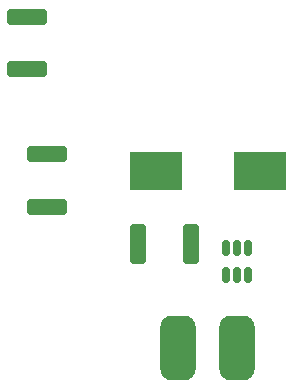
<source format=gbr>
%TF.GenerationSoftware,KiCad,Pcbnew,7.0.10*%
%TF.CreationDate,2024-01-28T16:57:24+01:00*%
%TF.ProjectId,pcb,7063622e-6b69-4636-9164-5f7063625858,rev?*%
%TF.SameCoordinates,Original*%
%TF.FileFunction,Paste,Top*%
%TF.FilePolarity,Positive*%
%FSLAX46Y46*%
G04 Gerber Fmt 4.6, Leading zero omitted, Abs format (unit mm)*
G04 Created by KiCad (PCBNEW 7.0.10) date 2024-01-28 16:57:24*
%MOMM*%
%LPD*%
G01*
G04 APERTURE LIST*
G04 Aperture macros list*
%AMRoundRect*
0 Rectangle with rounded corners*
0 $1 Rounding radius*
0 $2 $3 $4 $5 $6 $7 $8 $9 X,Y pos of 4 corners*
0 Add a 4 corners polygon primitive as box body*
4,1,4,$2,$3,$4,$5,$6,$7,$8,$9,$2,$3,0*
0 Add four circle primitives for the rounded corners*
1,1,$1+$1,$2,$3*
1,1,$1+$1,$4,$5*
1,1,$1+$1,$6,$7*
1,1,$1+$1,$8,$9*
0 Add four rect primitives between the rounded corners*
20,1,$1+$1,$2,$3,$4,$5,0*
20,1,$1+$1,$4,$5,$6,$7,0*
20,1,$1+$1,$6,$7,$8,$9,0*
20,1,$1+$1,$8,$9,$2,$3,0*%
G04 Aperture macros list end*
%ADD10RoundRect,0.250000X0.400000X1.450000X-0.400000X1.450000X-0.400000X-1.450000X0.400000X-1.450000X0*%
%ADD11RoundRect,0.250000X1.450000X-0.400000X1.450000X0.400000X-1.450000X0.400000X-1.450000X-0.400000X0*%
%ADD12RoundRect,0.150000X-0.150000X0.512500X-0.150000X-0.512500X0.150000X-0.512500X0.150000X0.512500X0*%
%ADD13RoundRect,0.999000X-0.501000X-1.751000X0.501000X-1.751000X0.501000X1.751000X-0.501000X1.751000X0*%
%ADD14R,4.500000X3.300000*%
G04 APERTURE END LIST*
D10*
%TO.C,R13*%
X266156400Y-57861200D03*
X261706400Y-57861200D03*
%TD*%
D11*
%TO.C,R3*%
X252298200Y-43093600D03*
X252298200Y-38643600D03*
%TD*%
D12*
%TO.C,U6*%
X271000000Y-58222300D03*
X270050000Y-58222300D03*
X269100000Y-58222300D03*
X269100000Y-60497300D03*
X270050000Y-60497300D03*
X271000000Y-60497300D03*
%TD*%
D13*
%TO.C,L2*%
X265078200Y-66700400D03*
X270078200Y-66700400D03*
%TD*%
D11*
%TO.C,R2*%
X253949200Y-54726800D03*
X253949200Y-50276800D03*
%TD*%
D14*
%TO.C,D1*%
X263239800Y-51663600D03*
X272039800Y-51663600D03*
%TD*%
M02*

</source>
